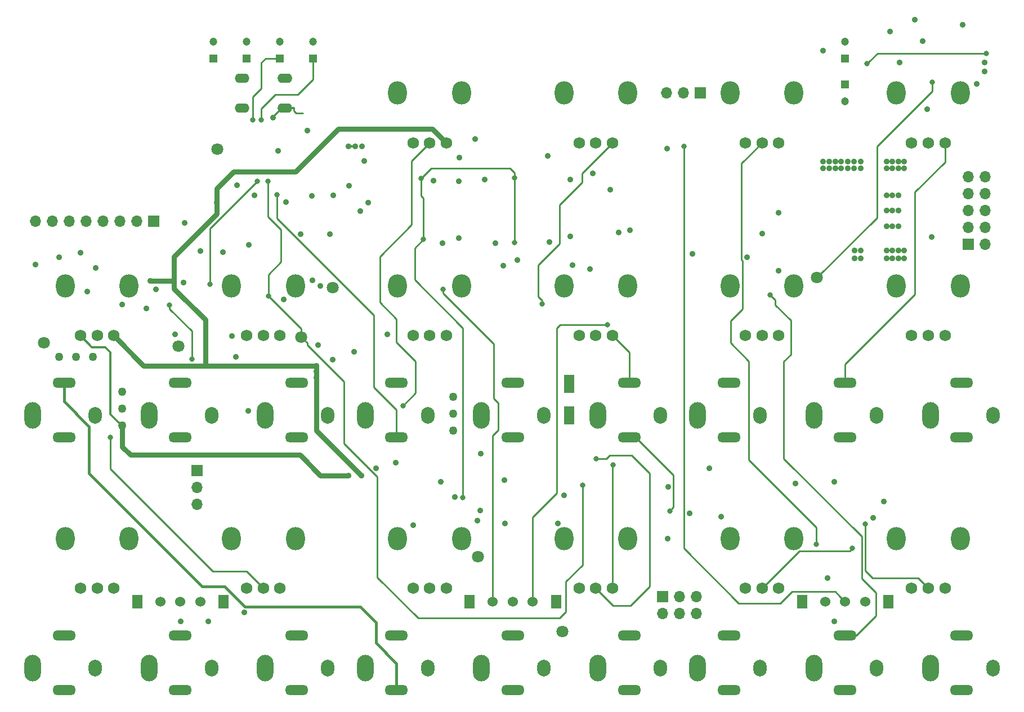
<source format=gtl>
G04 #@! TF.FileFunction,Copper,L1,Top,Signal*
%FSLAX46Y46*%
G04 Gerber Fmt 4.6, Leading zero omitted, Abs format (unit mm)*
G04 Created by KiCad (PCBNEW 4.0.2-stable) date 2018-05-24 9:25:07 AM*
%MOMM*%
G01*
G04 APERTURE LIST*
%ADD10C,0.200000*%
%ADD11O,2.500000X4.000000*%
%ADD12O,2.000000X2.500000*%
%ADD13O,3.500000X1.500000*%
%ADD14R,1.200000X1.200000*%
%ADD15C,1.200000*%
%ADD16R,1.700000X1.700000*%
%ADD17O,1.700000X1.700000*%
%ADD18C,1.524000*%
%ADD19R,1.500000X2.000000*%
%ADD20O,2.200000X1.400000*%
%ADD21O,2.250000X1.400000*%
%ADD22R,1.600000X2.800000*%
%ADD23C,1.800000*%
%ADD24O,2.800000X3.500000*%
%ADD25C,1.750000*%
%ADD26C,1.270000*%
%ADD27C,0.900000*%
%ADD28C,0.800000*%
%ADD29C,0.250000*%
%ADD30C,0.350000*%
%ADD31C,0.800000*%
%ADD32C,0.400000*%
G04 APERTURE END LIST*
D10*
D11*
X103300000Y-107500000D03*
D12*
X112700000Y-107500000D03*
D13*
X108000000Y-102600000D03*
X108000000Y-110800000D03*
D14*
X113000000Y-53770000D03*
D15*
X113000000Y-51230000D03*
D14*
X118000000Y-53770000D03*
D15*
X118000000Y-51230000D03*
D14*
X123000000Y-53770000D03*
D15*
X123000000Y-51230000D03*
D14*
X128000000Y-53770000D03*
D15*
X128000000Y-51230000D03*
D11*
X135800000Y-107500000D03*
D12*
X145200000Y-107500000D03*
D13*
X140500000Y-102600000D03*
X140500000Y-110800000D03*
D11*
X170800000Y-107500000D03*
D12*
X180200000Y-107500000D03*
D13*
X175500000Y-102600000D03*
X175500000Y-110800000D03*
D11*
X170800000Y-145500000D03*
D12*
X180200000Y-145500000D03*
D13*
X175500000Y-140600000D03*
X175500000Y-148800000D03*
D11*
X135800000Y-145500000D03*
D12*
X145200000Y-145500000D03*
D13*
X140500000Y-140600000D03*
X140500000Y-148800000D03*
D11*
X85800000Y-145500000D03*
D12*
X95200000Y-145500000D03*
D13*
X90500000Y-140600000D03*
X90500000Y-148800000D03*
D11*
X120800000Y-145500000D03*
D12*
X130200000Y-145500000D03*
D13*
X125500000Y-140600000D03*
X125500000Y-148800000D03*
D11*
X85800000Y-107500000D03*
D12*
X95200000Y-107500000D03*
D13*
X90500000Y-102600000D03*
X90500000Y-110800000D03*
D11*
X120800000Y-107500000D03*
D12*
X130200000Y-107500000D03*
D13*
X125500000Y-102600000D03*
X125500000Y-110800000D03*
D11*
X185800000Y-145500000D03*
D12*
X195200000Y-145500000D03*
D13*
X190500000Y-140600000D03*
X190500000Y-148800000D03*
D11*
X220800000Y-145500000D03*
D12*
X230200000Y-145500000D03*
D13*
X225500000Y-140600000D03*
X225500000Y-148800000D03*
D11*
X185800000Y-107500000D03*
D12*
X195200000Y-107500000D03*
D13*
X190500000Y-102600000D03*
X190500000Y-110800000D03*
D11*
X203300000Y-107500000D03*
D12*
X212700000Y-107500000D03*
D13*
X208000000Y-102600000D03*
X208000000Y-110800000D03*
D11*
X220800000Y-107500000D03*
D12*
X230200000Y-107500000D03*
D13*
X225500000Y-102600000D03*
X225500000Y-110800000D03*
D11*
X153300000Y-107500000D03*
D12*
X162700000Y-107500000D03*
D13*
X158000000Y-102600000D03*
X158000000Y-110800000D03*
D11*
X103300000Y-145500000D03*
D12*
X112700000Y-145500000D03*
D13*
X108000000Y-140600000D03*
X108000000Y-148800000D03*
D11*
X153300000Y-145500000D03*
D12*
X162700000Y-145500000D03*
D13*
X158000000Y-140600000D03*
X158000000Y-148800000D03*
D11*
X203300000Y-145500000D03*
D12*
X212700000Y-145500000D03*
D13*
X208000000Y-140600000D03*
X208000000Y-148800000D03*
D16*
X226500000Y-81750000D03*
D17*
X229040000Y-81750000D03*
X226500000Y-79210000D03*
X229040000Y-79210000D03*
X226500000Y-76670000D03*
X229040000Y-76670000D03*
X226500000Y-74130000D03*
X229040000Y-74130000D03*
X226500000Y-71590000D03*
X229040000Y-71590000D03*
D18*
X155000000Y-135500000D03*
X158000000Y-135500000D03*
X161000000Y-135500000D03*
D19*
X151500000Y-135500000D03*
X164500000Y-135500000D03*
D18*
X205000000Y-135500000D03*
X208000000Y-135500000D03*
X211000000Y-135500000D03*
D19*
X201500000Y-135500000D03*
X214500000Y-135500000D03*
D20*
X117250000Y-56750000D03*
X117250000Y-61250000D03*
D21*
X123750000Y-56750000D03*
X123750000Y-61250000D03*
D22*
X166500000Y-107500000D03*
D18*
X111000000Y-135500000D03*
X108000000Y-135500000D03*
X105000000Y-135500000D03*
D19*
X114500000Y-135500000D03*
X101500000Y-135500000D03*
D16*
X110500000Y-115750000D03*
D17*
X110500000Y-118290000D03*
X110500000Y-120830000D03*
D16*
X104000000Y-78250000D03*
D17*
X101460000Y-78250000D03*
X98920000Y-78250000D03*
X96380000Y-78250000D03*
X93840000Y-78250000D03*
X91300000Y-78250000D03*
X88760000Y-78250000D03*
X86220000Y-78250000D03*
D23*
X152750000Y-128750000D03*
X107700000Y-97050000D03*
X203750000Y-86750000D03*
X165500000Y-140000000D03*
D24*
X150300000Y-88000000D03*
X140700000Y-88000000D03*
D25*
X148000000Y-95500000D03*
X145500000Y-95500000D03*
X143000000Y-95500000D03*
D24*
X175300000Y-88000000D03*
X165700000Y-88000000D03*
D25*
X173000000Y-95500000D03*
X170500000Y-95500000D03*
X168000000Y-95500000D03*
D24*
X175300000Y-126000000D03*
X165700000Y-126000000D03*
D25*
X173000000Y-133500000D03*
X170500000Y-133500000D03*
X168000000Y-133500000D03*
D24*
X150300000Y-59000000D03*
X140700000Y-59000000D03*
D25*
X148000000Y-66500000D03*
X145500000Y-66500000D03*
X143000000Y-66500000D03*
D24*
X150300000Y-126000000D03*
X140700000Y-126000000D03*
D25*
X148000000Y-133500000D03*
X145500000Y-133500000D03*
X143000000Y-133500000D03*
D24*
X100300000Y-88000000D03*
X90700000Y-88000000D03*
D25*
X98000000Y-95500000D03*
X95500000Y-95500000D03*
X93000000Y-95500000D03*
D24*
X100300000Y-126000000D03*
X90700000Y-126000000D03*
D25*
X98000000Y-133500000D03*
X95500000Y-133500000D03*
X93000000Y-133500000D03*
D24*
X125300000Y-126000000D03*
X115700000Y-126000000D03*
D25*
X123000000Y-133500000D03*
X120500000Y-133500000D03*
X118000000Y-133500000D03*
D24*
X125300000Y-88000000D03*
X115700000Y-88000000D03*
D25*
X123000000Y-95500000D03*
X120500000Y-95500000D03*
X118000000Y-95500000D03*
D24*
X200300000Y-59000000D03*
X190700000Y-59000000D03*
D25*
X198000000Y-66500000D03*
X195500000Y-66500000D03*
X193000000Y-66500000D03*
D24*
X200300000Y-126000000D03*
X190700000Y-126000000D03*
D25*
X198000000Y-133500000D03*
X195500000Y-133500000D03*
X193000000Y-133500000D03*
D24*
X225300000Y-126000000D03*
X215700000Y-126000000D03*
D25*
X223000000Y-133500000D03*
X220500000Y-133500000D03*
X218000000Y-133500000D03*
D24*
X200300000Y-88000000D03*
X190700000Y-88000000D03*
D25*
X198000000Y-95500000D03*
X195500000Y-95500000D03*
X193000000Y-95500000D03*
D24*
X225300000Y-59000000D03*
X215700000Y-59000000D03*
D25*
X223000000Y-66500000D03*
X220500000Y-66500000D03*
X218000000Y-66500000D03*
D24*
X225300000Y-88000000D03*
X215700000Y-88000000D03*
D25*
X223000000Y-95500000D03*
X220500000Y-95500000D03*
X218000000Y-95500000D03*
D24*
X175300000Y-59000000D03*
X165700000Y-59000000D03*
D25*
X173000000Y-66500000D03*
X170500000Y-66500000D03*
X168000000Y-66500000D03*
D14*
X208000000Y-57730000D03*
D15*
X208000000Y-60270000D03*
D23*
X126200000Y-95700000D03*
X113600000Y-67400000D03*
X130900000Y-88300000D03*
D22*
X166500000Y-102700000D03*
D23*
X87500000Y-96600000D03*
D14*
X208000000Y-53770000D03*
D15*
X208000000Y-51230000D03*
D16*
X186250000Y-59000000D03*
D17*
X183710000Y-59000000D03*
X181170000Y-59000000D03*
D16*
X180500000Y-134750000D03*
D17*
X180500000Y-137290000D03*
X183040000Y-134750000D03*
X183040000Y-137290000D03*
X185580000Y-134750000D03*
X185580000Y-137290000D03*
D26*
X99250000Y-106500000D03*
X99250000Y-109040000D03*
X99250000Y-103960000D03*
X149000000Y-107250000D03*
X149000000Y-104710000D03*
X149000000Y-109790000D03*
X92320000Y-98700000D03*
X89780000Y-98700000D03*
X94860000Y-98700000D03*
D27*
X185050000Y-83150000D03*
X220300000Y-61400000D03*
X216150000Y-54400000D03*
X225650000Y-48700000D03*
X218500000Y-48000000D03*
X216000000Y-78999998D03*
X214200000Y-76700000D03*
X215100000Y-76700000D03*
X216000000Y-76700000D03*
X215100000Y-79000000D03*
X214200000Y-79000000D03*
X214200000Y-74400000D03*
X215100000Y-74400000D03*
X216000000Y-74400000D03*
X128700000Y-96900000D03*
X137450000Y-115400000D03*
X94000000Y-88850000D03*
X89800000Y-83650000D03*
X136237826Y-75500000D03*
X104325020Y-88500000D03*
X123900004Y-75400000D03*
X126100000Y-80200001D03*
X155400000Y-81599996D03*
X173900000Y-80000000D03*
X116400000Y-98700000D03*
X149300000Y-119779980D03*
X149977011Y-68701750D03*
X163242045Y-68449980D03*
X153150000Y-113200000D03*
X108450000Y-87500000D03*
X139150000Y-95250000D03*
X108100000Y-138500000D03*
X214700000Y-49750000D03*
X228950000Y-55750000D03*
X204650000Y-52600000D03*
X121982524Y-62682524D03*
X187600000Y-115450000D03*
X123550000Y-90000000D03*
X107200000Y-95300000D03*
X158700000Y-84150002D03*
X129100000Y-88000000D03*
X200500000Y-117700000D03*
X213850000Y-120400000D03*
X99250000Y-90800000D03*
X152650000Y-123300000D03*
X133350000Y-72950000D03*
X135300000Y-67000000D03*
X134300000Y-67000000D03*
X133300000Y-67000000D03*
X146100000Y-72200000D03*
X122750000Y-67700000D03*
X172700000Y-73500000D03*
X143050000Y-124000000D03*
X166950000Y-84850000D03*
D28*
X172239349Y-93850020D03*
X221100000Y-57400000D03*
D27*
X229000000Y-54400000D03*
X219650000Y-51150000D03*
X169599998Y-85500000D03*
X95250000Y-85300001D03*
X118200000Y-106800000D03*
X108650000Y-78550000D03*
X206400000Y-138500002D03*
X216900000Y-70300000D03*
X216000000Y-70300000D03*
X215100000Y-70300000D03*
X214200000Y-70300000D03*
X214200000Y-69300000D03*
X215100000Y-69300000D03*
X216000000Y-69300000D03*
X216900000Y-69300000D03*
X116525000Y-72874998D03*
X135087806Y-76721439D03*
X210300000Y-69300000D03*
X209300000Y-69300000D03*
X208400000Y-69300000D03*
X207400000Y-69300000D03*
X206500000Y-69300000D03*
X205600000Y-69300000D03*
X204700000Y-69300000D03*
X204700000Y-70300000D03*
X205600000Y-70300000D03*
X206500000Y-70300000D03*
X207400000Y-70300000D03*
X208400000Y-70300000D03*
X209300000Y-70300000D03*
X210300000Y-70300000D03*
X181259408Y-126041582D03*
X181350000Y-118250000D03*
X156850000Y-123750000D03*
X165700000Y-119500000D03*
X147150000Y-117500000D03*
X134150000Y-97950000D03*
X115750000Y-95550000D03*
X212200000Y-122900000D03*
X112200000Y-138450000D03*
X127900000Y-87150000D03*
X114450000Y-82900000D03*
X175600000Y-79600000D03*
X166650000Y-80550000D03*
X156600000Y-84950000D03*
X149900000Y-80800000D03*
X170050000Y-71050020D03*
X135650000Y-69200000D03*
X131000000Y-74400000D03*
X127750000Y-74450000D03*
X153800000Y-72000000D03*
X181250000Y-67350000D03*
X86250000Y-84750000D03*
X198000000Y-85750000D03*
X198000000Y-77000000D03*
X221000000Y-80600000D03*
X227750000Y-57650000D03*
X205350000Y-131950000D03*
X216900000Y-83900000D03*
X216000000Y-83900000D03*
X215100002Y-83900000D03*
X214200000Y-83900000D03*
X209400000Y-83900000D03*
X209399996Y-82700000D03*
X210300002Y-82700000D03*
X210300000Y-83900000D03*
X140400000Y-114584980D03*
X216900000Y-82700000D03*
X216000000Y-82700000D03*
X215100000Y-82700000D03*
X214200000Y-82700000D03*
X119149998Y-74350000D03*
X93000000Y-83050000D03*
X130500000Y-80250000D03*
X117600000Y-137100000D03*
X189300000Y-122700000D03*
X164750000Y-123700000D03*
X153100000Y-121750000D03*
X156750000Y-117250000D03*
X184600000Y-122250000D03*
X206400000Y-117500000D03*
X163500000Y-81400000D03*
X166650000Y-72000000D03*
X152300000Y-65900000D03*
X149900000Y-72250000D03*
X118300000Y-81800000D03*
X111000000Y-82800000D03*
X127150000Y-64650000D03*
X193200000Y-83700000D03*
X195500000Y-80100000D03*
X102900000Y-91400000D03*
X147450000Y-81600000D03*
X111750000Y-100000014D03*
X128500000Y-100000000D03*
X128500000Y-100900000D03*
X128500000Y-101800000D03*
X103500000Y-87250000D03*
X113500000Y-75499982D03*
X135249996Y-116500000D03*
X130900000Y-99100000D03*
X133249997Y-116500003D03*
X133249997Y-116500003D03*
D28*
X168500000Y-118000000D03*
X121250000Y-89500000D03*
X121194997Y-72260979D03*
X118900000Y-63000000D03*
X120200000Y-63000000D03*
X122500000Y-74250000D03*
X173100000Y-114950000D03*
X162385678Y-90739654D03*
X196740000Y-89330000D03*
X150500000Y-119829980D03*
X144550000Y-81000000D03*
X158250000Y-81500000D03*
X144250000Y-71800000D03*
X158250000Y-71750000D03*
X141500000Y-106000000D03*
X97500000Y-110750000D03*
X112438782Y-87764867D03*
X119600020Y-72250000D03*
X203650000Y-126850000D03*
X209100000Y-127500000D03*
X211050000Y-123800020D03*
X183750000Y-67000000D03*
X147500000Y-88500002D03*
X170570000Y-114000020D03*
X106400000Y-90900000D03*
X109750000Y-98974980D03*
X211250000Y-54600000D03*
X229250000Y-53000000D03*
X181602861Y-121841002D03*
D29*
X125400000Y-62000000D02*
X126400000Y-62000000D01*
X125100000Y-61250000D02*
X125100000Y-61700000D01*
X125100000Y-61700000D02*
X125400000Y-62000000D01*
D30*
X121982524Y-62592476D02*
X121982524Y-62682524D01*
X123750000Y-61250000D02*
X123325000Y-61250000D01*
X123325000Y-61250000D02*
X121982524Y-62592476D01*
X123750000Y-61250000D02*
X125100000Y-61250000D01*
X133300000Y-67000000D02*
X134300000Y-67000000D01*
D29*
X161000000Y-135500000D02*
X161000000Y-122800000D01*
X161000000Y-122800000D02*
X164600000Y-119200000D01*
X164600000Y-119200000D02*
X164600000Y-94400000D01*
X164600000Y-94400000D02*
X165149980Y-93850020D01*
X165149980Y-93850020D02*
X171673664Y-93850020D01*
X171673664Y-93850020D02*
X172239349Y-93850020D01*
X203750000Y-86750000D02*
X212775001Y-77724999D01*
X212775001Y-77724999D02*
X212775001Y-67024999D01*
X212775001Y-67024999D02*
X221100000Y-58700000D01*
X221100000Y-58700000D02*
X221100000Y-57400000D01*
D31*
X148000000Y-66500000D02*
X145900000Y-64400000D01*
X145900000Y-64400000D02*
X131800000Y-64400000D01*
X131800000Y-64400000D02*
X125350000Y-70850000D01*
X125350000Y-70850000D02*
X116000000Y-70850000D01*
X116000000Y-70850000D02*
X113500000Y-73350000D01*
X113500000Y-73350000D02*
X113500000Y-75499982D01*
X107050000Y-83600000D02*
X107050000Y-87250000D01*
X107050000Y-87250000D02*
X107050000Y-88400000D01*
X103500000Y-87250000D02*
X104136396Y-87250000D01*
X104136396Y-87250000D02*
X107050000Y-87250000D01*
X107050000Y-88400000D02*
X111750000Y-93100000D01*
X111750000Y-93100000D02*
X111750000Y-100000014D01*
X113500000Y-77150000D02*
X107050000Y-83600000D01*
X113500000Y-75499982D02*
X113500000Y-77150000D01*
X111750000Y-100000014D02*
X102500014Y-100000014D01*
X102500014Y-100000014D02*
X98000000Y-95500000D01*
X111750014Y-100000000D02*
X111750000Y-100000014D01*
X128500000Y-100000000D02*
X111750014Y-100000000D01*
X128500000Y-101800000D02*
X128500000Y-100000000D01*
X128500000Y-102436396D02*
X128500000Y-101800000D01*
X128500000Y-109750004D02*
X128500000Y-102436396D01*
X135249996Y-116500000D02*
X128500000Y-109750004D01*
X133249997Y-116500003D02*
X133249994Y-116500000D01*
X133249994Y-116500000D02*
X129100000Y-116500000D01*
X129100000Y-116500000D02*
X126050000Y-113450000D01*
X126050000Y-113450000D02*
X100500000Y-113450000D01*
X100500000Y-113450000D02*
X99250000Y-112200000D01*
X99250000Y-112200000D02*
X99250000Y-109040000D01*
D30*
X93000000Y-95500000D02*
X94700000Y-97200000D01*
X94700000Y-97200000D02*
X96700000Y-97200000D01*
X96700000Y-97200000D02*
X97500000Y-98000000D01*
X97500000Y-98000000D02*
X97500000Y-107290000D01*
X97500000Y-107290000D02*
X98615001Y-108405001D01*
X98615001Y-108405001D02*
X99250000Y-109040000D01*
X99250000Y-109040000D02*
X99250000Y-109050000D01*
D29*
X126200000Y-95700000D02*
X127099999Y-96599999D01*
X127099999Y-96599999D02*
X127099999Y-96899999D01*
X127099999Y-96899999D02*
X132625001Y-102425001D01*
X143750000Y-138000000D02*
X165000000Y-138000000D01*
X132625001Y-102425001D02*
X132625001Y-111725001D01*
X132625001Y-111725001D02*
X137650000Y-116750000D01*
X137650000Y-116750000D02*
X137650000Y-131900000D01*
X137650000Y-131900000D02*
X143750000Y-138000000D01*
X166000000Y-132500000D02*
X168500000Y-130000000D01*
X165000000Y-138000000D02*
X166000000Y-137000000D01*
X166000000Y-137000000D02*
X166000000Y-132500000D01*
X168500000Y-130000000D02*
X168500000Y-118000000D01*
X121194997Y-72260979D02*
X121194997Y-77594997D01*
X121194997Y-77594997D02*
X123150000Y-79550000D01*
X123150000Y-79550000D02*
X123150000Y-84400000D01*
X123150000Y-84400000D02*
X121250000Y-86300000D01*
X121250000Y-86300000D02*
X121250000Y-89500000D01*
X121250000Y-89500000D02*
X126200000Y-94450000D01*
X126200000Y-94450000D02*
X126200000Y-95700000D01*
X118900000Y-63000000D02*
X118900000Y-59600000D01*
X118900000Y-59600000D02*
X120200000Y-58300000D01*
X120200000Y-58300000D02*
X120200000Y-54400000D01*
X120200000Y-54400000D02*
X120830000Y-53770000D01*
X120830000Y-53770000D02*
X123000000Y-53770000D01*
X128000000Y-56900000D02*
X128000000Y-53770000D01*
X120200000Y-63000000D02*
X120200000Y-61300000D01*
X120200000Y-61300000D02*
X122300000Y-59200000D01*
X122300000Y-59200000D02*
X125700000Y-59200000D01*
X125700000Y-59200000D02*
X128000000Y-56900000D01*
X137100000Y-92447002D02*
X137100000Y-103250000D01*
X122500000Y-74250000D02*
X122500000Y-77847002D01*
X140500000Y-109800000D02*
X140500000Y-110800000D01*
X122500000Y-77847002D02*
X137100000Y-92447002D01*
X137100000Y-103250000D02*
X140500000Y-106650000D01*
X140500000Y-106650000D02*
X140500000Y-109800000D01*
X173000000Y-95500000D02*
X175500000Y-98000000D01*
X175500000Y-98000000D02*
X175500000Y-102600000D01*
X173000000Y-115050000D02*
X173100000Y-114950000D01*
X173000000Y-115300000D02*
X173000000Y-115050000D01*
X173000000Y-133500000D02*
X173000000Y-115300000D01*
D32*
X90500000Y-102600000D02*
X90500000Y-105350000D01*
X90500000Y-105350000D02*
X94300000Y-109150000D01*
X111300000Y-133200000D02*
X114670002Y-133200000D01*
X94300000Y-109150000D02*
X94300000Y-116200000D01*
X94300000Y-116200000D02*
X111300000Y-133200000D01*
X114670002Y-133200000D02*
X117720001Y-136249999D01*
X117720001Y-136249999D02*
X135049999Y-136249999D01*
X135049999Y-136249999D02*
X137400000Y-138600000D01*
X137400000Y-138600000D02*
X137400000Y-141700000D01*
X137400000Y-141700000D02*
X140500000Y-144800000D01*
X140500000Y-144800000D02*
X140500000Y-147650000D01*
X140500000Y-147650000D02*
X140500000Y-148800000D01*
D29*
X223000000Y-66500000D02*
X223000000Y-69350000D01*
X223000000Y-69350000D02*
X218500000Y-73850000D01*
X218500000Y-73850000D02*
X218500000Y-89250000D01*
X218500000Y-89250000D02*
X208000000Y-99750000D01*
X208000000Y-99750000D02*
X208000000Y-102600000D01*
X162385678Y-90739654D02*
X162385678Y-90173969D01*
X168450000Y-71050000D02*
X173000000Y-66500000D01*
X162385678Y-90173969D02*
X161800000Y-89588291D01*
X161800000Y-89588291D02*
X161800000Y-84892878D01*
X165000000Y-75850000D02*
X168450000Y-72400000D01*
X161800000Y-84892878D02*
X165000000Y-81692878D01*
X165000000Y-81692878D02*
X165000000Y-75850000D01*
X168450000Y-72400000D02*
X168450000Y-71050000D01*
X196740000Y-89330000D02*
X197500000Y-90090000D01*
X197500000Y-90090000D02*
X197500000Y-90900000D01*
X209700000Y-140600000D02*
X208000000Y-140600000D01*
X197500000Y-90900000D02*
X199800000Y-93200000D01*
X199800000Y-93200000D02*
X199800000Y-98300000D01*
X199800000Y-98300000D02*
X198750000Y-99350000D01*
X198750000Y-99350000D02*
X198750000Y-113975320D01*
X198750000Y-113975320D02*
X210500000Y-125725320D01*
X210500000Y-125725320D02*
X210500000Y-132000000D01*
X210500000Y-132000000D02*
X212650000Y-134150000D01*
X212650000Y-134150000D02*
X212650000Y-137650000D01*
X212650000Y-137650000D02*
X209700000Y-140600000D01*
X208400000Y-140600000D02*
X208000000Y-140600000D01*
X144550000Y-81000000D02*
X143250000Y-82300000D01*
X143250000Y-82300000D02*
X143250000Y-87100000D01*
X143250000Y-87100000D02*
X150500000Y-94350000D01*
X150500000Y-94350000D02*
X150500000Y-119264295D01*
X150500000Y-119264295D02*
X150500000Y-119829980D01*
X144550000Y-74800000D02*
X144550000Y-81000000D01*
X144250000Y-71800000D02*
X144250000Y-74500000D01*
X144250000Y-74500000D02*
X144550000Y-74800000D01*
X158250000Y-71750000D02*
X158250000Y-71000000D01*
X158250000Y-71000000D02*
X157550000Y-70300000D01*
X145750000Y-70300000D02*
X144649999Y-71400001D01*
X157550000Y-70300000D02*
X145750000Y-70300000D01*
X144649999Y-71400001D02*
X144250000Y-71800000D01*
X158250000Y-71750000D02*
X158250000Y-81500000D01*
X141500000Y-106000000D02*
X143400000Y-104100000D01*
X140500000Y-96450000D02*
X140500000Y-93000000D01*
X143400000Y-104100000D02*
X143400000Y-99350000D01*
X143400000Y-99350000D02*
X140500000Y-96450000D01*
X140500000Y-93000000D02*
X138000000Y-90500000D01*
X138000000Y-90500000D02*
X138000000Y-83600000D01*
X142799989Y-78800011D02*
X142799989Y-69200011D01*
X138000000Y-83600000D02*
X142799989Y-78800011D01*
X142799989Y-69200011D02*
X145500000Y-66500000D01*
X97500000Y-111315685D02*
X97500000Y-110750000D01*
X97500000Y-115525320D02*
X97500000Y-111315685D01*
X112899691Y-130925011D02*
X97500000Y-115525320D01*
X117925011Y-130925011D02*
X112899691Y-130925011D01*
X120500000Y-133500000D02*
X117925011Y-130925011D01*
X119600020Y-72250000D02*
X112438782Y-79411238D01*
X112438782Y-79411238D02*
X112438782Y-87199182D01*
X112438782Y-87199182D02*
X112438782Y-87764867D01*
X193500000Y-114161731D02*
X203650000Y-124311731D01*
X203650000Y-126284315D02*
X203650000Y-126850000D01*
X203650000Y-124311731D02*
X203650000Y-126284315D01*
X190750000Y-93250000D02*
X190750000Y-96600000D01*
X192524999Y-91475001D02*
X190750000Y-93250000D01*
X192424999Y-84072001D02*
X192524999Y-84172001D01*
X192424999Y-69575001D02*
X192424999Y-84072001D01*
X195500000Y-66500000D02*
X192424999Y-69575001D01*
X193500000Y-99350000D02*
X193500000Y-114161731D01*
X192524999Y-84172001D02*
X192524999Y-91475001D01*
X190750000Y-96600000D02*
X193500000Y-99350000D01*
X208700001Y-127899999D02*
X209100000Y-127500000D01*
X195500000Y-133500000D02*
X201100001Y-127899999D01*
X201100001Y-127899999D02*
X208700001Y-127899999D01*
X211050000Y-124365705D02*
X211050000Y-123800020D01*
X220500000Y-133500000D02*
X218950000Y-131950000D01*
X212150000Y-131950000D02*
X211050000Y-130850000D01*
X211050000Y-130850000D02*
X211050000Y-124365705D01*
X218950000Y-131950000D02*
X212150000Y-131950000D01*
X207238001Y-134738001D02*
X208000000Y-135500000D01*
X206500000Y-134000000D02*
X207238001Y-134738001D01*
X200000000Y-134000000D02*
X206500000Y-134000000D01*
X183750000Y-127500000D02*
X192000000Y-135750000D01*
X183750000Y-67000000D02*
X183750000Y-127500000D01*
X198250000Y-135750000D02*
X200000000Y-134000000D01*
X192000000Y-135750000D02*
X198250000Y-135750000D01*
X147500000Y-88500002D02*
X147500000Y-89100000D01*
X147500000Y-89100000D02*
X155150000Y-96750000D01*
X155150000Y-96750000D02*
X155150000Y-104950000D01*
X155150000Y-104950000D02*
X155800000Y-105600000D01*
X155800000Y-105600000D02*
X155800000Y-109700000D01*
X155000000Y-110500000D02*
X155000000Y-133600000D01*
X155800000Y-109700000D02*
X155000000Y-110500000D01*
X155000000Y-133600000D02*
X155000000Y-135500000D01*
X155000000Y-133600000D02*
X155000000Y-133500000D01*
X170500000Y-133500000D02*
X173100000Y-136100000D01*
X173100000Y-136100000D02*
X175700000Y-136100000D01*
X175700000Y-136100000D02*
X178600000Y-133200000D01*
X178600000Y-133200000D02*
X178600000Y-116200000D01*
X172099980Y-114000020D02*
X170570000Y-114000020D01*
X178600000Y-116200000D02*
X175900000Y-113500000D01*
X175900000Y-113500000D02*
X172600000Y-113500000D01*
X172600000Y-113500000D02*
X172099980Y-114000020D01*
X170570000Y-133430000D02*
X170500000Y-133500000D01*
X109750000Y-98974980D02*
X109750000Y-94800000D01*
X109750000Y-94800000D02*
X106400000Y-91450000D01*
X106400000Y-91450000D02*
X106400000Y-90900000D01*
X211649999Y-54200001D02*
X211250000Y-54600000D01*
X212850000Y-53000000D02*
X211649999Y-54200001D01*
X229250000Y-53000000D02*
X212850000Y-53000000D01*
X182002860Y-121441003D02*
X181602861Y-121841002D01*
X182125001Y-121318862D02*
X182002860Y-121441003D01*
X182125001Y-116425001D02*
X182125001Y-121318862D01*
X176500000Y-110800000D02*
X182125001Y-116425001D01*
X175500000Y-110800000D02*
X176500000Y-110800000D01*
M02*

</source>
